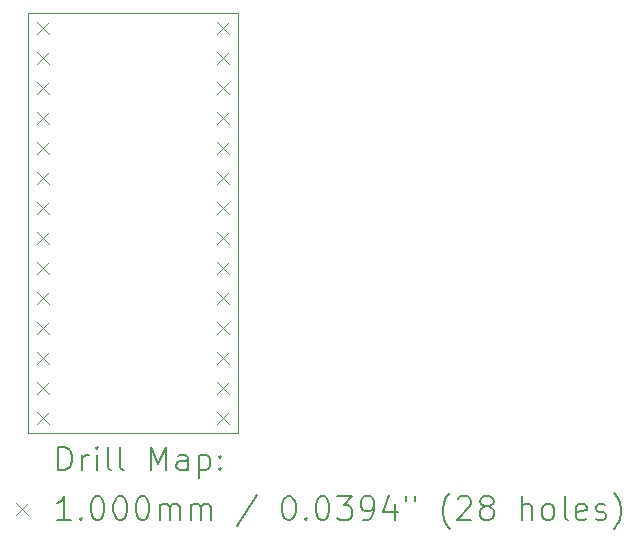
<source format=gbr>
%TF.GenerationSoftware,KiCad,Pcbnew,9.0.6*%
%TF.CreationDate,2026-01-07T20:22:06-06:00*%
%TF.ProjectId,SSOP-28_5.3x10.2_P0.65,53534f50-2d32-4385-9f35-2e337831302e,rev?*%
%TF.SameCoordinates,Original*%
%TF.FileFunction,Drillmap*%
%TF.FilePolarity,Positive*%
%FSLAX45Y45*%
G04 Gerber Fmt 4.5, Leading zero omitted, Abs format (unit mm)*
G04 Created by KiCad (PCBNEW 9.0.6) date 2026-01-07 20:22:06*
%MOMM*%
%LPD*%
G01*
G04 APERTURE LIST*
%ADD10C,0.050000*%
%ADD11C,0.200000*%
%ADD12C,0.100000*%
G04 APERTURE END LIST*
D10*
X12268200Y-8534400D02*
X14046200Y-8534400D01*
X14046200Y-12090400D01*
X12268200Y-12090400D01*
X12268200Y-8534400D01*
D11*
D12*
X12345200Y-8611400D02*
X12445200Y-8711400D01*
X12445200Y-8611400D02*
X12345200Y-8711400D01*
X12345200Y-8865400D02*
X12445200Y-8965400D01*
X12445200Y-8865400D02*
X12345200Y-8965400D01*
X12345200Y-9119400D02*
X12445200Y-9219400D01*
X12445200Y-9119400D02*
X12345200Y-9219400D01*
X12345200Y-9373400D02*
X12445200Y-9473400D01*
X12445200Y-9373400D02*
X12345200Y-9473400D01*
X12345200Y-9627400D02*
X12445200Y-9727400D01*
X12445200Y-9627400D02*
X12345200Y-9727400D01*
X12345200Y-9881400D02*
X12445200Y-9981400D01*
X12445200Y-9881400D02*
X12345200Y-9981400D01*
X12345200Y-10135400D02*
X12445200Y-10235400D01*
X12445200Y-10135400D02*
X12345200Y-10235400D01*
X12345200Y-10389400D02*
X12445200Y-10489400D01*
X12445200Y-10389400D02*
X12345200Y-10489400D01*
X12345200Y-10643400D02*
X12445200Y-10743400D01*
X12445200Y-10643400D02*
X12345200Y-10743400D01*
X12345200Y-10897400D02*
X12445200Y-10997400D01*
X12445200Y-10897400D02*
X12345200Y-10997400D01*
X12345200Y-11151400D02*
X12445200Y-11251400D01*
X12445200Y-11151400D02*
X12345200Y-11251400D01*
X12345200Y-11405400D02*
X12445200Y-11505400D01*
X12445200Y-11405400D02*
X12345200Y-11505400D01*
X12345200Y-11659400D02*
X12445200Y-11759400D01*
X12445200Y-11659400D02*
X12345200Y-11759400D01*
X12345200Y-11913400D02*
X12445200Y-12013400D01*
X12445200Y-11913400D02*
X12345200Y-12013400D01*
X13869200Y-8611400D02*
X13969200Y-8711400D01*
X13969200Y-8611400D02*
X13869200Y-8711400D01*
X13869200Y-8865400D02*
X13969200Y-8965400D01*
X13969200Y-8865400D02*
X13869200Y-8965400D01*
X13869200Y-9119400D02*
X13969200Y-9219400D01*
X13969200Y-9119400D02*
X13869200Y-9219400D01*
X13869200Y-9373400D02*
X13969200Y-9473400D01*
X13969200Y-9373400D02*
X13869200Y-9473400D01*
X13869200Y-9627400D02*
X13969200Y-9727400D01*
X13969200Y-9627400D02*
X13869200Y-9727400D01*
X13869200Y-9881400D02*
X13969200Y-9981400D01*
X13969200Y-9881400D02*
X13869200Y-9981400D01*
X13869200Y-10135400D02*
X13969200Y-10235400D01*
X13969200Y-10135400D02*
X13869200Y-10235400D01*
X13869200Y-10389400D02*
X13969200Y-10489400D01*
X13969200Y-10389400D02*
X13869200Y-10489400D01*
X13869200Y-10643400D02*
X13969200Y-10743400D01*
X13969200Y-10643400D02*
X13869200Y-10743400D01*
X13869200Y-10897400D02*
X13969200Y-10997400D01*
X13969200Y-10897400D02*
X13869200Y-10997400D01*
X13869200Y-11151400D02*
X13969200Y-11251400D01*
X13969200Y-11151400D02*
X13869200Y-11251400D01*
X13869200Y-11405400D02*
X13969200Y-11505400D01*
X13969200Y-11405400D02*
X13869200Y-11505400D01*
X13869200Y-11659400D02*
X13969200Y-11759400D01*
X13969200Y-11659400D02*
X13869200Y-11759400D01*
X13869200Y-11913400D02*
X13969200Y-12013400D01*
X13969200Y-11913400D02*
X13869200Y-12013400D01*
D11*
X12526477Y-12404384D02*
X12526477Y-12204384D01*
X12526477Y-12204384D02*
X12574096Y-12204384D01*
X12574096Y-12204384D02*
X12602667Y-12213908D01*
X12602667Y-12213908D02*
X12621715Y-12232955D01*
X12621715Y-12232955D02*
X12631239Y-12252003D01*
X12631239Y-12252003D02*
X12640762Y-12290098D01*
X12640762Y-12290098D02*
X12640762Y-12318669D01*
X12640762Y-12318669D02*
X12631239Y-12356765D01*
X12631239Y-12356765D02*
X12621715Y-12375812D01*
X12621715Y-12375812D02*
X12602667Y-12394860D01*
X12602667Y-12394860D02*
X12574096Y-12404384D01*
X12574096Y-12404384D02*
X12526477Y-12404384D01*
X12726477Y-12404384D02*
X12726477Y-12271050D01*
X12726477Y-12309146D02*
X12736001Y-12290098D01*
X12736001Y-12290098D02*
X12745524Y-12280574D01*
X12745524Y-12280574D02*
X12764572Y-12271050D01*
X12764572Y-12271050D02*
X12783620Y-12271050D01*
X12850286Y-12404384D02*
X12850286Y-12271050D01*
X12850286Y-12204384D02*
X12840762Y-12213908D01*
X12840762Y-12213908D02*
X12850286Y-12223431D01*
X12850286Y-12223431D02*
X12859810Y-12213908D01*
X12859810Y-12213908D02*
X12850286Y-12204384D01*
X12850286Y-12204384D02*
X12850286Y-12223431D01*
X12974096Y-12404384D02*
X12955048Y-12394860D01*
X12955048Y-12394860D02*
X12945524Y-12375812D01*
X12945524Y-12375812D02*
X12945524Y-12204384D01*
X13078858Y-12404384D02*
X13059810Y-12394860D01*
X13059810Y-12394860D02*
X13050286Y-12375812D01*
X13050286Y-12375812D02*
X13050286Y-12204384D01*
X13307429Y-12404384D02*
X13307429Y-12204384D01*
X13307429Y-12204384D02*
X13374096Y-12347241D01*
X13374096Y-12347241D02*
X13440762Y-12204384D01*
X13440762Y-12204384D02*
X13440762Y-12404384D01*
X13621715Y-12404384D02*
X13621715Y-12299622D01*
X13621715Y-12299622D02*
X13612191Y-12280574D01*
X13612191Y-12280574D02*
X13593143Y-12271050D01*
X13593143Y-12271050D02*
X13555048Y-12271050D01*
X13555048Y-12271050D02*
X13536001Y-12280574D01*
X13621715Y-12394860D02*
X13602667Y-12404384D01*
X13602667Y-12404384D02*
X13555048Y-12404384D01*
X13555048Y-12404384D02*
X13536001Y-12394860D01*
X13536001Y-12394860D02*
X13526477Y-12375812D01*
X13526477Y-12375812D02*
X13526477Y-12356765D01*
X13526477Y-12356765D02*
X13536001Y-12337717D01*
X13536001Y-12337717D02*
X13555048Y-12328193D01*
X13555048Y-12328193D02*
X13602667Y-12328193D01*
X13602667Y-12328193D02*
X13621715Y-12318669D01*
X13716953Y-12271050D02*
X13716953Y-12471050D01*
X13716953Y-12280574D02*
X13736001Y-12271050D01*
X13736001Y-12271050D02*
X13774096Y-12271050D01*
X13774096Y-12271050D02*
X13793143Y-12280574D01*
X13793143Y-12280574D02*
X13802667Y-12290098D01*
X13802667Y-12290098D02*
X13812191Y-12309146D01*
X13812191Y-12309146D02*
X13812191Y-12366288D01*
X13812191Y-12366288D02*
X13802667Y-12385336D01*
X13802667Y-12385336D02*
X13793143Y-12394860D01*
X13793143Y-12394860D02*
X13774096Y-12404384D01*
X13774096Y-12404384D02*
X13736001Y-12404384D01*
X13736001Y-12404384D02*
X13716953Y-12394860D01*
X13897905Y-12385336D02*
X13907429Y-12394860D01*
X13907429Y-12394860D02*
X13897905Y-12404384D01*
X13897905Y-12404384D02*
X13888382Y-12394860D01*
X13888382Y-12394860D02*
X13897905Y-12385336D01*
X13897905Y-12385336D02*
X13897905Y-12404384D01*
X13897905Y-12280574D02*
X13907429Y-12290098D01*
X13907429Y-12290098D02*
X13897905Y-12299622D01*
X13897905Y-12299622D02*
X13888382Y-12290098D01*
X13888382Y-12290098D02*
X13897905Y-12280574D01*
X13897905Y-12280574D02*
X13897905Y-12299622D01*
D12*
X12165700Y-12682900D02*
X12265700Y-12782900D01*
X12265700Y-12682900D02*
X12165700Y-12782900D01*
D11*
X12631239Y-12824384D02*
X12516953Y-12824384D01*
X12574096Y-12824384D02*
X12574096Y-12624384D01*
X12574096Y-12624384D02*
X12555048Y-12652955D01*
X12555048Y-12652955D02*
X12536001Y-12672003D01*
X12536001Y-12672003D02*
X12516953Y-12681527D01*
X12716953Y-12805336D02*
X12726477Y-12814860D01*
X12726477Y-12814860D02*
X12716953Y-12824384D01*
X12716953Y-12824384D02*
X12707429Y-12814860D01*
X12707429Y-12814860D02*
X12716953Y-12805336D01*
X12716953Y-12805336D02*
X12716953Y-12824384D01*
X12850286Y-12624384D02*
X12869334Y-12624384D01*
X12869334Y-12624384D02*
X12888382Y-12633908D01*
X12888382Y-12633908D02*
X12897905Y-12643431D01*
X12897905Y-12643431D02*
X12907429Y-12662479D01*
X12907429Y-12662479D02*
X12916953Y-12700574D01*
X12916953Y-12700574D02*
X12916953Y-12748193D01*
X12916953Y-12748193D02*
X12907429Y-12786288D01*
X12907429Y-12786288D02*
X12897905Y-12805336D01*
X12897905Y-12805336D02*
X12888382Y-12814860D01*
X12888382Y-12814860D02*
X12869334Y-12824384D01*
X12869334Y-12824384D02*
X12850286Y-12824384D01*
X12850286Y-12824384D02*
X12831239Y-12814860D01*
X12831239Y-12814860D02*
X12821715Y-12805336D01*
X12821715Y-12805336D02*
X12812191Y-12786288D01*
X12812191Y-12786288D02*
X12802667Y-12748193D01*
X12802667Y-12748193D02*
X12802667Y-12700574D01*
X12802667Y-12700574D02*
X12812191Y-12662479D01*
X12812191Y-12662479D02*
X12821715Y-12643431D01*
X12821715Y-12643431D02*
X12831239Y-12633908D01*
X12831239Y-12633908D02*
X12850286Y-12624384D01*
X13040762Y-12624384D02*
X13059810Y-12624384D01*
X13059810Y-12624384D02*
X13078858Y-12633908D01*
X13078858Y-12633908D02*
X13088382Y-12643431D01*
X13088382Y-12643431D02*
X13097905Y-12662479D01*
X13097905Y-12662479D02*
X13107429Y-12700574D01*
X13107429Y-12700574D02*
X13107429Y-12748193D01*
X13107429Y-12748193D02*
X13097905Y-12786288D01*
X13097905Y-12786288D02*
X13088382Y-12805336D01*
X13088382Y-12805336D02*
X13078858Y-12814860D01*
X13078858Y-12814860D02*
X13059810Y-12824384D01*
X13059810Y-12824384D02*
X13040762Y-12824384D01*
X13040762Y-12824384D02*
X13021715Y-12814860D01*
X13021715Y-12814860D02*
X13012191Y-12805336D01*
X13012191Y-12805336D02*
X13002667Y-12786288D01*
X13002667Y-12786288D02*
X12993143Y-12748193D01*
X12993143Y-12748193D02*
X12993143Y-12700574D01*
X12993143Y-12700574D02*
X13002667Y-12662479D01*
X13002667Y-12662479D02*
X13012191Y-12643431D01*
X13012191Y-12643431D02*
X13021715Y-12633908D01*
X13021715Y-12633908D02*
X13040762Y-12624384D01*
X13231239Y-12624384D02*
X13250286Y-12624384D01*
X13250286Y-12624384D02*
X13269334Y-12633908D01*
X13269334Y-12633908D02*
X13278858Y-12643431D01*
X13278858Y-12643431D02*
X13288382Y-12662479D01*
X13288382Y-12662479D02*
X13297905Y-12700574D01*
X13297905Y-12700574D02*
X13297905Y-12748193D01*
X13297905Y-12748193D02*
X13288382Y-12786288D01*
X13288382Y-12786288D02*
X13278858Y-12805336D01*
X13278858Y-12805336D02*
X13269334Y-12814860D01*
X13269334Y-12814860D02*
X13250286Y-12824384D01*
X13250286Y-12824384D02*
X13231239Y-12824384D01*
X13231239Y-12824384D02*
X13212191Y-12814860D01*
X13212191Y-12814860D02*
X13202667Y-12805336D01*
X13202667Y-12805336D02*
X13193143Y-12786288D01*
X13193143Y-12786288D02*
X13183620Y-12748193D01*
X13183620Y-12748193D02*
X13183620Y-12700574D01*
X13183620Y-12700574D02*
X13193143Y-12662479D01*
X13193143Y-12662479D02*
X13202667Y-12643431D01*
X13202667Y-12643431D02*
X13212191Y-12633908D01*
X13212191Y-12633908D02*
X13231239Y-12624384D01*
X13383620Y-12824384D02*
X13383620Y-12691050D01*
X13383620Y-12710098D02*
X13393143Y-12700574D01*
X13393143Y-12700574D02*
X13412191Y-12691050D01*
X13412191Y-12691050D02*
X13440763Y-12691050D01*
X13440763Y-12691050D02*
X13459810Y-12700574D01*
X13459810Y-12700574D02*
X13469334Y-12719622D01*
X13469334Y-12719622D02*
X13469334Y-12824384D01*
X13469334Y-12719622D02*
X13478858Y-12700574D01*
X13478858Y-12700574D02*
X13497905Y-12691050D01*
X13497905Y-12691050D02*
X13526477Y-12691050D01*
X13526477Y-12691050D02*
X13545524Y-12700574D01*
X13545524Y-12700574D02*
X13555048Y-12719622D01*
X13555048Y-12719622D02*
X13555048Y-12824384D01*
X13650286Y-12824384D02*
X13650286Y-12691050D01*
X13650286Y-12710098D02*
X13659810Y-12700574D01*
X13659810Y-12700574D02*
X13678858Y-12691050D01*
X13678858Y-12691050D02*
X13707429Y-12691050D01*
X13707429Y-12691050D02*
X13726477Y-12700574D01*
X13726477Y-12700574D02*
X13736001Y-12719622D01*
X13736001Y-12719622D02*
X13736001Y-12824384D01*
X13736001Y-12719622D02*
X13745524Y-12700574D01*
X13745524Y-12700574D02*
X13764572Y-12691050D01*
X13764572Y-12691050D02*
X13793143Y-12691050D01*
X13793143Y-12691050D02*
X13812191Y-12700574D01*
X13812191Y-12700574D02*
X13821715Y-12719622D01*
X13821715Y-12719622D02*
X13821715Y-12824384D01*
X14212191Y-12614860D02*
X14040763Y-12872003D01*
X14469334Y-12624384D02*
X14488382Y-12624384D01*
X14488382Y-12624384D02*
X14507429Y-12633908D01*
X14507429Y-12633908D02*
X14516953Y-12643431D01*
X14516953Y-12643431D02*
X14526477Y-12662479D01*
X14526477Y-12662479D02*
X14536001Y-12700574D01*
X14536001Y-12700574D02*
X14536001Y-12748193D01*
X14536001Y-12748193D02*
X14526477Y-12786288D01*
X14526477Y-12786288D02*
X14516953Y-12805336D01*
X14516953Y-12805336D02*
X14507429Y-12814860D01*
X14507429Y-12814860D02*
X14488382Y-12824384D01*
X14488382Y-12824384D02*
X14469334Y-12824384D01*
X14469334Y-12824384D02*
X14450286Y-12814860D01*
X14450286Y-12814860D02*
X14440763Y-12805336D01*
X14440763Y-12805336D02*
X14431239Y-12786288D01*
X14431239Y-12786288D02*
X14421715Y-12748193D01*
X14421715Y-12748193D02*
X14421715Y-12700574D01*
X14421715Y-12700574D02*
X14431239Y-12662479D01*
X14431239Y-12662479D02*
X14440763Y-12643431D01*
X14440763Y-12643431D02*
X14450286Y-12633908D01*
X14450286Y-12633908D02*
X14469334Y-12624384D01*
X14621715Y-12805336D02*
X14631239Y-12814860D01*
X14631239Y-12814860D02*
X14621715Y-12824384D01*
X14621715Y-12824384D02*
X14612191Y-12814860D01*
X14612191Y-12814860D02*
X14621715Y-12805336D01*
X14621715Y-12805336D02*
X14621715Y-12824384D01*
X14755048Y-12624384D02*
X14774096Y-12624384D01*
X14774096Y-12624384D02*
X14793144Y-12633908D01*
X14793144Y-12633908D02*
X14802667Y-12643431D01*
X14802667Y-12643431D02*
X14812191Y-12662479D01*
X14812191Y-12662479D02*
X14821715Y-12700574D01*
X14821715Y-12700574D02*
X14821715Y-12748193D01*
X14821715Y-12748193D02*
X14812191Y-12786288D01*
X14812191Y-12786288D02*
X14802667Y-12805336D01*
X14802667Y-12805336D02*
X14793144Y-12814860D01*
X14793144Y-12814860D02*
X14774096Y-12824384D01*
X14774096Y-12824384D02*
X14755048Y-12824384D01*
X14755048Y-12824384D02*
X14736001Y-12814860D01*
X14736001Y-12814860D02*
X14726477Y-12805336D01*
X14726477Y-12805336D02*
X14716953Y-12786288D01*
X14716953Y-12786288D02*
X14707429Y-12748193D01*
X14707429Y-12748193D02*
X14707429Y-12700574D01*
X14707429Y-12700574D02*
X14716953Y-12662479D01*
X14716953Y-12662479D02*
X14726477Y-12643431D01*
X14726477Y-12643431D02*
X14736001Y-12633908D01*
X14736001Y-12633908D02*
X14755048Y-12624384D01*
X14888382Y-12624384D02*
X15012191Y-12624384D01*
X15012191Y-12624384D02*
X14945525Y-12700574D01*
X14945525Y-12700574D02*
X14974096Y-12700574D01*
X14974096Y-12700574D02*
X14993144Y-12710098D01*
X14993144Y-12710098D02*
X15002667Y-12719622D01*
X15002667Y-12719622D02*
X15012191Y-12738669D01*
X15012191Y-12738669D02*
X15012191Y-12786288D01*
X15012191Y-12786288D02*
X15002667Y-12805336D01*
X15002667Y-12805336D02*
X14993144Y-12814860D01*
X14993144Y-12814860D02*
X14974096Y-12824384D01*
X14974096Y-12824384D02*
X14916953Y-12824384D01*
X14916953Y-12824384D02*
X14897906Y-12814860D01*
X14897906Y-12814860D02*
X14888382Y-12805336D01*
X15107429Y-12824384D02*
X15145525Y-12824384D01*
X15145525Y-12824384D02*
X15164572Y-12814860D01*
X15164572Y-12814860D02*
X15174096Y-12805336D01*
X15174096Y-12805336D02*
X15193144Y-12776765D01*
X15193144Y-12776765D02*
X15202667Y-12738669D01*
X15202667Y-12738669D02*
X15202667Y-12662479D01*
X15202667Y-12662479D02*
X15193144Y-12643431D01*
X15193144Y-12643431D02*
X15183620Y-12633908D01*
X15183620Y-12633908D02*
X15164572Y-12624384D01*
X15164572Y-12624384D02*
X15126477Y-12624384D01*
X15126477Y-12624384D02*
X15107429Y-12633908D01*
X15107429Y-12633908D02*
X15097906Y-12643431D01*
X15097906Y-12643431D02*
X15088382Y-12662479D01*
X15088382Y-12662479D02*
X15088382Y-12710098D01*
X15088382Y-12710098D02*
X15097906Y-12729146D01*
X15097906Y-12729146D02*
X15107429Y-12738669D01*
X15107429Y-12738669D02*
X15126477Y-12748193D01*
X15126477Y-12748193D02*
X15164572Y-12748193D01*
X15164572Y-12748193D02*
X15183620Y-12738669D01*
X15183620Y-12738669D02*
X15193144Y-12729146D01*
X15193144Y-12729146D02*
X15202667Y-12710098D01*
X15374096Y-12691050D02*
X15374096Y-12824384D01*
X15326477Y-12614860D02*
X15278858Y-12757717D01*
X15278858Y-12757717D02*
X15402667Y-12757717D01*
X15469334Y-12624384D02*
X15469334Y-12662479D01*
X15545525Y-12624384D02*
X15545525Y-12662479D01*
X15840763Y-12900574D02*
X15831239Y-12891050D01*
X15831239Y-12891050D02*
X15812191Y-12862479D01*
X15812191Y-12862479D02*
X15802668Y-12843431D01*
X15802668Y-12843431D02*
X15793144Y-12814860D01*
X15793144Y-12814860D02*
X15783620Y-12767241D01*
X15783620Y-12767241D02*
X15783620Y-12729146D01*
X15783620Y-12729146D02*
X15793144Y-12681527D01*
X15793144Y-12681527D02*
X15802668Y-12652955D01*
X15802668Y-12652955D02*
X15812191Y-12633908D01*
X15812191Y-12633908D02*
X15831239Y-12605336D01*
X15831239Y-12605336D02*
X15840763Y-12595812D01*
X15907429Y-12643431D02*
X15916953Y-12633908D01*
X15916953Y-12633908D02*
X15936001Y-12624384D01*
X15936001Y-12624384D02*
X15983620Y-12624384D01*
X15983620Y-12624384D02*
X16002668Y-12633908D01*
X16002668Y-12633908D02*
X16012191Y-12643431D01*
X16012191Y-12643431D02*
X16021715Y-12662479D01*
X16021715Y-12662479D02*
X16021715Y-12681527D01*
X16021715Y-12681527D02*
X16012191Y-12710098D01*
X16012191Y-12710098D02*
X15897906Y-12824384D01*
X15897906Y-12824384D02*
X16021715Y-12824384D01*
X16136001Y-12710098D02*
X16116953Y-12700574D01*
X16116953Y-12700574D02*
X16107429Y-12691050D01*
X16107429Y-12691050D02*
X16097906Y-12672003D01*
X16097906Y-12672003D02*
X16097906Y-12662479D01*
X16097906Y-12662479D02*
X16107429Y-12643431D01*
X16107429Y-12643431D02*
X16116953Y-12633908D01*
X16116953Y-12633908D02*
X16136001Y-12624384D01*
X16136001Y-12624384D02*
X16174096Y-12624384D01*
X16174096Y-12624384D02*
X16193144Y-12633908D01*
X16193144Y-12633908D02*
X16202668Y-12643431D01*
X16202668Y-12643431D02*
X16212191Y-12662479D01*
X16212191Y-12662479D02*
X16212191Y-12672003D01*
X16212191Y-12672003D02*
X16202668Y-12691050D01*
X16202668Y-12691050D02*
X16193144Y-12700574D01*
X16193144Y-12700574D02*
X16174096Y-12710098D01*
X16174096Y-12710098D02*
X16136001Y-12710098D01*
X16136001Y-12710098D02*
X16116953Y-12719622D01*
X16116953Y-12719622D02*
X16107429Y-12729146D01*
X16107429Y-12729146D02*
X16097906Y-12748193D01*
X16097906Y-12748193D02*
X16097906Y-12786288D01*
X16097906Y-12786288D02*
X16107429Y-12805336D01*
X16107429Y-12805336D02*
X16116953Y-12814860D01*
X16116953Y-12814860D02*
X16136001Y-12824384D01*
X16136001Y-12824384D02*
X16174096Y-12824384D01*
X16174096Y-12824384D02*
X16193144Y-12814860D01*
X16193144Y-12814860D02*
X16202668Y-12805336D01*
X16202668Y-12805336D02*
X16212191Y-12786288D01*
X16212191Y-12786288D02*
X16212191Y-12748193D01*
X16212191Y-12748193D02*
X16202668Y-12729146D01*
X16202668Y-12729146D02*
X16193144Y-12719622D01*
X16193144Y-12719622D02*
X16174096Y-12710098D01*
X16450287Y-12824384D02*
X16450287Y-12624384D01*
X16536001Y-12824384D02*
X16536001Y-12719622D01*
X16536001Y-12719622D02*
X16526477Y-12700574D01*
X16526477Y-12700574D02*
X16507430Y-12691050D01*
X16507430Y-12691050D02*
X16478858Y-12691050D01*
X16478858Y-12691050D02*
X16459810Y-12700574D01*
X16459810Y-12700574D02*
X16450287Y-12710098D01*
X16659810Y-12824384D02*
X16640763Y-12814860D01*
X16640763Y-12814860D02*
X16631239Y-12805336D01*
X16631239Y-12805336D02*
X16621715Y-12786288D01*
X16621715Y-12786288D02*
X16621715Y-12729146D01*
X16621715Y-12729146D02*
X16631239Y-12710098D01*
X16631239Y-12710098D02*
X16640763Y-12700574D01*
X16640763Y-12700574D02*
X16659810Y-12691050D01*
X16659810Y-12691050D02*
X16688382Y-12691050D01*
X16688382Y-12691050D02*
X16707430Y-12700574D01*
X16707430Y-12700574D02*
X16716953Y-12710098D01*
X16716953Y-12710098D02*
X16726477Y-12729146D01*
X16726477Y-12729146D02*
X16726477Y-12786288D01*
X16726477Y-12786288D02*
X16716953Y-12805336D01*
X16716953Y-12805336D02*
X16707430Y-12814860D01*
X16707430Y-12814860D02*
X16688382Y-12824384D01*
X16688382Y-12824384D02*
X16659810Y-12824384D01*
X16840763Y-12824384D02*
X16821715Y-12814860D01*
X16821715Y-12814860D02*
X16812192Y-12795812D01*
X16812192Y-12795812D02*
X16812192Y-12624384D01*
X16993144Y-12814860D02*
X16974096Y-12824384D01*
X16974096Y-12824384D02*
X16936001Y-12824384D01*
X16936001Y-12824384D02*
X16916953Y-12814860D01*
X16916953Y-12814860D02*
X16907430Y-12795812D01*
X16907430Y-12795812D02*
X16907430Y-12719622D01*
X16907430Y-12719622D02*
X16916953Y-12700574D01*
X16916953Y-12700574D02*
X16936001Y-12691050D01*
X16936001Y-12691050D02*
X16974096Y-12691050D01*
X16974096Y-12691050D02*
X16993144Y-12700574D01*
X16993144Y-12700574D02*
X17002668Y-12719622D01*
X17002668Y-12719622D02*
X17002668Y-12738669D01*
X17002668Y-12738669D02*
X16907430Y-12757717D01*
X17078858Y-12814860D02*
X17097906Y-12824384D01*
X17097906Y-12824384D02*
X17136001Y-12824384D01*
X17136001Y-12824384D02*
X17155049Y-12814860D01*
X17155049Y-12814860D02*
X17164573Y-12795812D01*
X17164573Y-12795812D02*
X17164573Y-12786288D01*
X17164573Y-12786288D02*
X17155049Y-12767241D01*
X17155049Y-12767241D02*
X17136001Y-12757717D01*
X17136001Y-12757717D02*
X17107430Y-12757717D01*
X17107430Y-12757717D02*
X17088382Y-12748193D01*
X17088382Y-12748193D02*
X17078858Y-12729146D01*
X17078858Y-12729146D02*
X17078858Y-12719622D01*
X17078858Y-12719622D02*
X17088382Y-12700574D01*
X17088382Y-12700574D02*
X17107430Y-12691050D01*
X17107430Y-12691050D02*
X17136001Y-12691050D01*
X17136001Y-12691050D02*
X17155049Y-12700574D01*
X17231239Y-12900574D02*
X17240763Y-12891050D01*
X17240763Y-12891050D02*
X17259811Y-12862479D01*
X17259811Y-12862479D02*
X17269334Y-12843431D01*
X17269334Y-12843431D02*
X17278858Y-12814860D01*
X17278858Y-12814860D02*
X17288382Y-12767241D01*
X17288382Y-12767241D02*
X17288382Y-12729146D01*
X17288382Y-12729146D02*
X17278858Y-12681527D01*
X17278858Y-12681527D02*
X17269334Y-12652955D01*
X17269334Y-12652955D02*
X17259811Y-12633908D01*
X17259811Y-12633908D02*
X17240763Y-12605336D01*
X17240763Y-12605336D02*
X17231239Y-12595812D01*
M02*

</source>
